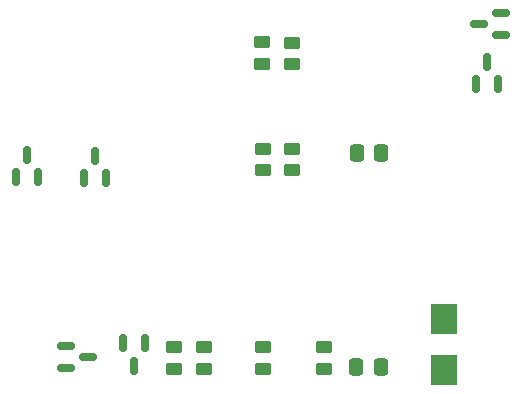
<source format=gbr>
%TF.GenerationSoftware,KiCad,Pcbnew,(6.0.6)*%
%TF.CreationDate,2022-08-29T19:16:38-03:00*%
%TF.ProjectId,Shield_Esp32,53686965-6c64-45f4-9573-7033322e6b69,rev?*%
%TF.SameCoordinates,Original*%
%TF.FileFunction,Paste,Bot*%
%TF.FilePolarity,Positive*%
%FSLAX46Y46*%
G04 Gerber Fmt 4.6, Leading zero omitted, Abs format (unit mm)*
G04 Created by KiCad (PCBNEW (6.0.6)) date 2022-08-29 19:16:38*
%MOMM*%
%LPD*%
G01*
G04 APERTURE LIST*
G04 Aperture macros list*
%AMRoundRect*
0 Rectangle with rounded corners*
0 $1 Rounding radius*
0 $2 $3 $4 $5 $6 $7 $8 $9 X,Y pos of 4 corners*
0 Add a 4 corners polygon primitive as box body*
4,1,4,$2,$3,$4,$5,$6,$7,$8,$9,$2,$3,0*
0 Add four circle primitives for the rounded corners*
1,1,$1+$1,$2,$3*
1,1,$1+$1,$4,$5*
1,1,$1+$1,$6,$7*
1,1,$1+$1,$8,$9*
0 Add four rect primitives between the rounded corners*
20,1,$1+$1,$2,$3,$4,$5,0*
20,1,$1+$1,$4,$5,$6,$7,0*
20,1,$1+$1,$6,$7,$8,$9,0*
20,1,$1+$1,$8,$9,$2,$3,0*%
G04 Aperture macros list end*
%ADD10R,2.300000X2.500000*%
%ADD11RoundRect,0.150000X-0.150000X0.587500X-0.150000X-0.587500X0.150000X-0.587500X0.150000X0.587500X0*%
%ADD12RoundRect,0.250000X-0.450000X0.262500X-0.450000X-0.262500X0.450000X-0.262500X0.450000X0.262500X0*%
%ADD13RoundRect,0.250000X0.450000X-0.262500X0.450000X0.262500X-0.450000X0.262500X-0.450000X-0.262500X0*%
%ADD14RoundRect,0.250000X0.337500X0.475000X-0.337500X0.475000X-0.337500X-0.475000X0.337500X-0.475000X0*%
%ADD15RoundRect,0.150000X0.587500X0.150000X-0.587500X0.150000X-0.587500X-0.150000X0.587500X-0.150000X0*%
%ADD16RoundRect,0.150000X0.150000X-0.587500X0.150000X0.587500X-0.150000X0.587500X-0.150000X-0.587500X0*%
%ADD17RoundRect,0.150000X-0.587500X-0.150000X0.587500X-0.150000X0.587500X0.150000X-0.587500X0.150000X0*%
G04 APERTURE END LIST*
D10*
%TO.C,D4*%
X194200000Y-109800000D03*
X194200000Y-105500000D03*
%TD*%
D11*
%TO.C,D2*%
X167050000Y-107562500D03*
X168950000Y-107562500D03*
X168000000Y-109437500D03*
%TD*%
D12*
%TO.C,R8*%
X181400000Y-91075000D03*
X181400000Y-92900000D03*
%TD*%
D13*
%TO.C,R4*%
X171400000Y-109712500D03*
X171400000Y-107887500D03*
%TD*%
%TO.C,R3*%
X184100000Y-109700000D03*
X184100000Y-107875000D03*
%TD*%
%TO.C,R2*%
X173900000Y-109725000D03*
X173900000Y-107900000D03*
%TD*%
D14*
%TO.C,C1*%
X188900000Y-109600000D03*
X186825000Y-109600000D03*
%TD*%
%TO.C,C2*%
X188937500Y-91400000D03*
X186862500Y-91400000D03*
%TD*%
D12*
%TO.C,R9*%
X178900000Y-91075000D03*
X178900000Y-92900000D03*
%TD*%
D13*
%TO.C,R5*%
X178900000Y-109725000D03*
X178900000Y-107900000D03*
%TD*%
D15*
%TO.C,D7*%
X199037500Y-79550000D03*
X199037500Y-81450000D03*
X197162500Y-80500000D03*
%TD*%
D16*
%TO.C,D8*%
X198850000Y-85637500D03*
X196950000Y-85637500D03*
X197900000Y-83762500D03*
%TD*%
%TO.C,D6*%
X165650000Y-93537500D03*
X163750000Y-93537500D03*
X164700000Y-91662500D03*
%TD*%
D12*
%TO.C,R6*%
X181400000Y-82100000D03*
X181400000Y-83925000D03*
%TD*%
D17*
%TO.C,D1*%
X162262500Y-109650000D03*
X162262500Y-107750000D03*
X164137500Y-108700000D03*
%TD*%
D12*
%TO.C,R7*%
X178800000Y-82075000D03*
X178800000Y-83900000D03*
%TD*%
D16*
%TO.C,D5*%
X159900000Y-93500000D03*
X158000000Y-93500000D03*
X158950000Y-91625000D03*
%TD*%
M02*

</source>
